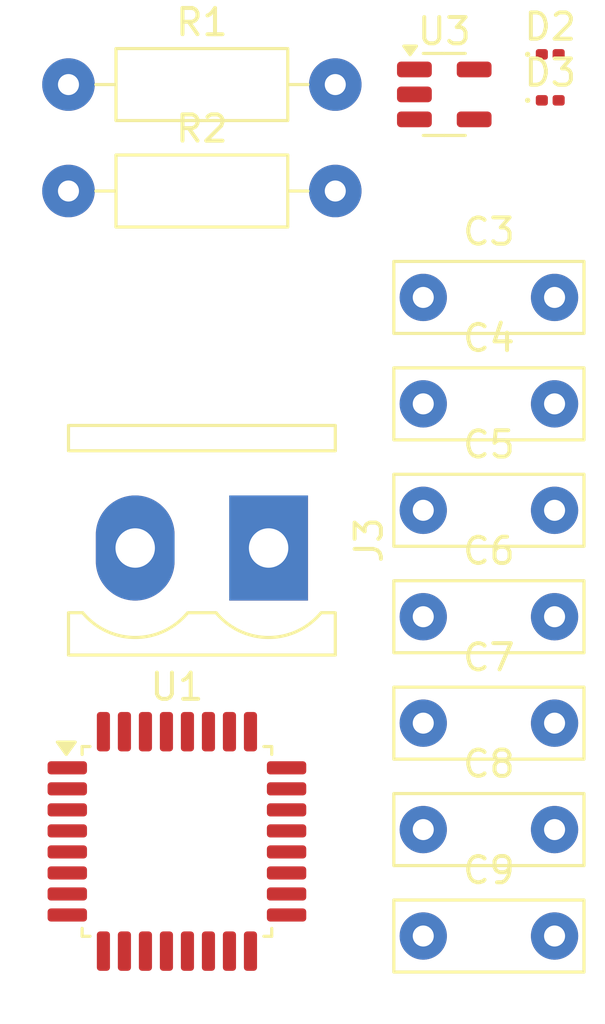
<source format=kicad_pcb>
(kicad_pcb (version 20241229) (generator "pcbnew") (generator_version "9.0")
  (layers (0 "F.Cu" signal) (2 "B.Cu" signal) (13 "F.Paste" user) (15 "B.Paste" user) (5 "F.SilkS" user "F.Silkscreen") (7 "B.SilkS" user "B.Silkscreen") (1 "F.Mask" user) (3 "B.Mask" user) (25 "Edge.Cuts" user))
  (net 0 "")
  (net 1 "+3.3V")
  (net 2 "GND")
  (net 3 "+5V")
  (net 4 "RST")
  (net 5 "Net-(D2-K)")
  (net 6 "Net-(D2-A)")
  (net 7 "Net-(D3-K)")
  (net 8 "SWDIO")
  (net 22 "TX")
  (net 24 "SWCLK")
  (net 34 "RX")
  (footprint "FootprintGamelGe2_v8.0:C_Rect_L7.0mm_W2.5mm_P5.00mm" (layer "F.Cu") (at 84 62.2)
    (property "Reference" "C3" (at 2.5 -2.5 0) (layer "F.SilkS"))
    (property "Value" "100n")
    (fp_line (start -1.12 -1.37) (end -1.12 1.37) (stroke (width 0.12)) (layer "F.SilkS"))
    (fp_line (start -1.12 -1.37) (end 6.12 -1.37) (stroke (width 0.12)) (layer "F.SilkS"))
    (fp_line (start -1.12 1.37) (end 6.12 1.37) (stroke (width 0.12)) (layer "F.SilkS"))
    (fp_line (start 6.12 -1.37) (end 6.12 1.37) (stroke (width 0.12)) (layer "F.SilkS"))
    (pad "1" thru_hole circle (at 0 0) (size 1.8 1.8) (drill 0.8) (layers "*.Cu" "*.Mask") (net 1 "+3.3V"))
    (pad "2" thru_hole circle (at 5 0) (size 1.8 1.8) (drill 0.8) (layers "*.Cu" "*.Mask") (net 2 "GND"))
  )
  (footprint "FootprintGamelGe2_v8.0:C_Rect_L7.0mm_W2.5mm_P5.00mm" (layer "F.Cu") (at 84 74.35)
    (property "Reference" "C6" (at 2.5 -2.5 0) (layer "F.SilkS"))
    (property "Value" "4.7µ")
    (fp_line (start -1.12 -1.37) (end -1.12 1.37) (stroke (width 0.12)) (layer "F.SilkS"))
    (fp_line (start -1.12 -1.37) (end 6.12 -1.37) (stroke (width 0.12)) (layer "F.SilkS"))
    (fp_line (start -1.12 1.37) (end 6.12 1.37) (stroke (width 0.12)) (layer "F.SilkS"))
    (fp_line (start 6.12 -1.37) (end 6.12 1.37) (stroke (width 0.12)) (layer "F.SilkS"))
    (pad "1" thru_hole circle (at 0 0) (size 1.8 1.8) (drill 0.8) (layers "*.Cu" "*.Mask") (net 1 "+3.3V"))
    (pad "2" thru_hole circle (at 5 0) (size 1.8 1.8) (drill 0.8) (layers "*.Cu" "*.Mask") (net 2 "GND"))
  )
  (footprint "FootprintGamelGe2_v8.0:C_Rect_L7.0mm_W2.5mm_P5.00mm" (layer "F.Cu") (at 84 66.25)
    (property "Reference" "C4" (at 2.5 -2.5 0) (layer "F.SilkS"))
    (property "Value" "100n")
    (fp_line (start -1.12 -1.37) (end -1.12 1.37) (stroke (width 0.12)) (layer "F.SilkS"))
    (fp_line (start -1.12 -1.37) (end 6.12 -1.37) (stroke (width 0.12)) (layer "F.SilkS"))
    (fp_line (start -1.12 1.37) (end 6.12 1.37) (stroke (width 0.12)) (layer "F.SilkS"))
    (fp_line (start 6.12 -1.37) (end 6.12 1.37) (stroke (width 0.12)) (layer "F.SilkS"))
    (pad "1" thru_hole circle (at 0 0) (size 1.8 1.8) (drill 0.8) (layers "*.Cu" "*.Mask") (net 1 "+3.3V"))
    (pad "2" thru_hole circle (at 5 0) (size 1.8 1.8) (drill 0.8) (layers "*.Cu" "*.Mask") (net 2 "GND"))
  )
  (footprint "FootprintGamelGe2_v8.0:R_Axial_DIN0207_L6.3mm_D2.5mm_P10.16mm_Horizontal" (layer "F.Cu") (at 70.49 58.15)
    (property "Reference" "R2" (at 5.08 -2.37 0) (layer "F.SilkS"))
    (property "Value" "1k")
    (fp_line (start 1.04 0) (end 1.81 0) (stroke (width 0.12)) (layer "F.SilkS"))
    (fp_line (start 1.81 -1.37) (end 1.81 1.37) (stroke (width 0.12)) (layer "F.SilkS"))
    (fp_line (start 1.81 1.37) (end 8.35 1.37) (stroke (width 0.12)) (layer "F.SilkS"))
    (fp_line (start 8.35 -1.37) (end 1.81 -1.37) (stroke (width 0.12)) (layer "F.SilkS"))
    (fp_line (start 8.35 1.37) (end 8.35 -1.37) (stroke (width 0.12)) (layer "F.SilkS"))
    (fp_line (start 9.12 0) (end 8.35 0) (stroke (width 0.12)) (layer "F.SilkS"))
    (pad "1" thru_hole circle (at 0 0) (size 2 2) (drill 0.8) (layers "*.Cu" "*.Mask") (net 7 "Net-(D3-K)"))
    (pad "2" thru_hole circle (at 10.16 0) (size 2 2) (drill 0.8) (layers "*.Cu" "*.Mask") (net 2 "GND"))
  )
  (footprint "FootprintGamelGe2_v8.0:C_Rect_L7.0mm_W2.5mm_P5.00mm" (layer "F.Cu") (at 84 70.3)
    (property "Reference" "C5" (at 2.5 -2.5 0) (layer "F.SilkS"))
    (property "Value" "100n")
    (fp_line (start -1.12 -1.37) (end -1.12 1.37) (stroke (width 0.12)) (layer "F.SilkS"))
    (fp_line (start -1.12 -1.37) (end 6.12 -1.37) (stroke (width 0.12)) (layer "F.SilkS"))
    (fp_line (start -1.12 1.37) (end 6.12 1.37) (stroke (width 0.12)) (layer "F.SilkS"))
    (fp_line (start 6.12 -1.37) (end 6.12 1.37) (stroke (width 0.12)) (layer "F.SilkS"))
    (pad "1" thru_hole circle (at 0 0) (size 1.8 1.8) (drill 0.8) (layers "*.Cu" "*.Mask") (net 1 "+3.3V"))
    (pad "2" thru_hole circle (at 5 0) (size 1.8 1.8) (drill 0.8) (layers "*.Cu" "*.Mask") (net 2 "GND"))
  )
  (footprint "FootprintGamelGe2_v8.0:R_Axial_DIN0207_L6.3mm_D2.5mm_P10.16mm_Horizontal" (layer "F.Cu") (at 70.49 54.1)
    (property "Reference" "R1" (at 5.08 -2.37 0) (layer "F.SilkS"))
    (property "Value" "1k")
    (fp_line (start 1.04 0) (end 1.81 0) (stroke (width 0.12)) (layer "F.SilkS"))
    (fp_line (start 1.81 -1.37) (end 1.81 1.37) (stroke (width 0.12)) (layer "F.SilkS"))
    (fp_line (start 1.81 1.37) (end 8.35 1.37) (stroke (width 0.12)) (layer "F.SilkS"))
    (fp_line (start 8.35 -1.37) (end 1.81 -1.37) (stroke (width 0.12)) (layer "F.SilkS"))
    (fp_line (start 8.35 1.37) (end 8.35 -1.37) (stroke (width 0.12)) (layer "F.SilkS"))
    (fp_line (start 9.12 0) (end 8.35 0) (stroke (width 0.12)) (layer "F.SilkS"))
    (pad "1" thru_hole circle (at 0 0) (size 2 2) (drill 0.8) (layers "*.Cu" "*.Mask") (net 5 "Net-(D2-K)"))
    (pad "2" thru_hole circle (at 10.16 0) (size 2 2) (drill 0.8) (layers "*.Cu" "*.Mask") (net 2 "GND"))
  )
  (footprint "FootprintGamelGe2_v8.0:C_Rect_L7.0mm_W2.5mm_P5.00mm" (layer "F.Cu") (at 84 86.5)
    (property "Reference" "C9" (at 2.5 -2.5 0) (layer "F.SilkS"))
    (property "Value" "100n")
    (fp_line (start -1.12 -1.37) (end -1.12 1.37) (stroke (width 0.12)) (layer "F.SilkS"))
    (fp_line (start -1.12 -1.37) (end 6.12 -1.37) (stroke (width 0.12)) (layer "F.SilkS"))
    (fp_line (start -1.12 1.37) (end 6.12 1.37) (stroke (width 0.12)) (layer "F.SilkS"))
    (fp_line (start 6.12 -1.37) (end 6.12 1.37) (stroke (width 0.12)) (layer "F.SilkS"))
    (pad "1" thru_hole circle (at 0 0) (size 1.8 1.8) (drill 0.8) (layers "*.Cu" "*.Mask") (net 2 "GND"))
    (pad "2" thru_hole circle (at 5 0) (size 1.8 1.8) (drill 0.8) (layers "*.Cu" "*.Mask") (net 4 "RST"))
  )
  (footprint "LED_SMD:LED_0201_0603Metric" (layer "F.Cu") (at 88.835 52.95)
    (property "Reference" "D2" (at 0 -1.05 0) (layer "F.SilkS"))
    (property "Value" "LED")
    (fp_circle (center -0.86 0) (end -0.81 0) (stroke (width 0.1)) (fill no) (layer "F.SilkS"))
    (pad "1" smd roundrect (at -0.32 0) (size 0.46 0.4) (layers "F.Cu" "F.Mask") (net 5 "Net-(D2-K)"))
    (pad "2" smd roundrect (at 0.32 0) (size 0.46 0.4) (layers "F.Cu" "F.Mask") (net 6 "Net-(D2-A)"))
  )
  (footprint "FootprintGamelGe2_v8.0:C_Rect_L7.0mm_W2.5mm_P5.00mm" (layer "F.Cu") (at 84 78.4)
    (property "Reference" "C7" (at 2.5 -2.5 0) (layer "F.SilkS"))
    (property "Value" "0.47µ")
    (fp_line (start -1.12 -1.37) (end -1.12 1.37) (stroke (width 0.12)) (layer "F.SilkS"))
    (fp_line (start -1.12 -1.37) (end 6.12 -1.37) (stroke (width 0.12)) (layer "F.SilkS"))
    (fp_line (start -1.12 1.37) (end 6.12 1.37) (stroke (width 0.12)) (layer "F.SilkS"))
    (fp_line (start 6.12 -1.37) (end 6.12 1.37) (stroke (width 0.12)) (layer "F.SilkS"))
    (pad "1" thru_hole circle (at 0 0) (size 1.8 1.8) (drill 0.8) (layers "*.Cu" "*.Mask") (net 3 "+5V"))
    (pad "2" thru_hole circle (at 5 0) (size 1.8 1.8) (drill 0.8) (layers "*.Cu" "*.Mask") (net 2 "GND"))
  )
  (footprint "FootprintGamelGe2_v8.0:OmnimateSL-5,08_1x02_P5.08mm_Vertical" (layer "F.Cu") (at 73.031 71.735)
    (property "Reference" "J3" (at 8.9 -0.3 90) (layer "F.SilkS"))
    (property "Value" "Omnimate2")
    (fp_line (start -2.54 -4.664) (end 7.62 -4.664) (stroke (width 0.12)) (layer "F.SilkS"))
    (fp_line (start -2.54 -3.7) (end -2.54 -4.664) (stroke (width 0.12)) (layer "F.SilkS"))
    (fp_line (start -2.54 -3.7) (end 7.62 -3.7) (stroke (width 0.12)) (layer "F.SilkS"))
    (fp_line (start -2.54 4.072) (end -2.54 2.4972) (stroke (width 0.12)) (layer "F.SilkS"))
    (fp_line (start -2.54 4.072) (end 7.62 4.072) (stroke (width 0.12)) (layer "F.SilkS"))
    (fp_line (start -2 2.462) (end -2.54 2.462) (stroke (width 0.12)) (layer "F.SilkS"))
    (fp_line (start 2 2.462) (end 3.08 2.462) (stroke (width 0.12)) (layer "F.SilkS"))
    (fp_line (start 7.62 -3.7) (end 7.62 -4.664) (stroke (width 0.12)) (layer "F.SilkS"))
    (fp_line (start 7.62 2.462) (end 7.08 2.462) (stroke (width 0.12)) (layer "F.SilkS"))
    (fp_line (start 7.62 4.072) (end 7.62 2.4972) (stroke (width 0.12)) (layer "F.SilkS"))
    (fp_arc (start 1.986842 2.477821) (mid -0.010289 3.404758) (end -2 2.462) (stroke (width 0.12)) (layer "F.SilkS"))
    (fp_arc (start 7.066842 2.477821) (mid 5.069711 3.404758) (end 3.08 2.462) (stroke (width 0.12)) (layer "F.SilkS"))
    (pad "1" thru_hole rect (at 5.08 0) (size 3 4) (drill 1.5) (layers "*.Cu" "*.Mask") (net 2 "GND"))
    (pad "2" thru_hole oval (at 0 0) (size 3 4) (drill 1.5) (layers "*.Cu" "*.Mask") (net 3 "+5V"))
  )
  (footprint "Package_QFP:LQFP-32_7x7mm_P0.8mm" (layer "F.Cu") (at 74.62 82.9)
    (property "Reference" "U1" (at 0 -5.88 0) (layer "F.SilkS"))
    (property "Value" "STM32G431KBTx")
    (fp_line (start -3.61 -3.61) (end -3.61 -3.31) (stroke (width 0.12)) (layer "F.SilkS"))
    (fp_line (start -3.61 3.61) (end -3.61 3.31) (stroke (width 0.12)) (layer "F.SilkS"))
    (fp_line (start -3.31 -3.61) (end -3.61 -3.61) (stroke (width 0.12)) (layer "F.SilkS"))
    (fp_line (start -3.31 3.61) (end -3.61 3.61) (stroke (width 0.12)) (layer "F.SilkS"))
    (fp_line (start 3.31 -3.61) (end 3.61 -3.61) (stroke (width 0.12)) (layer "F.SilkS"))
    (fp_line (start 3.31 3.61) (end 3.61 3.61) (stroke (width 0.12)) (layer "F.SilkS"))
    (fp_line (start 3.61 -3.61) (end 3.61 -3.31) (stroke (width 0.12)) (layer "F.SilkS"))
    (fp_line (start 3.61 3.61) (end 3.61 3.31) (stroke (width 0.12)) (layer "F.SilkS"))
    (fp_poly (pts (xy -4.2125 -3.31) (xy -4.5525 -3.78) (xy -3.8725 -3.78) (xy -4.2125 -3.31)) (stroke (width 0.12)) (fill yes) (layer "F.SilkS"))
    (pad "1" smd roundrect (at -4.175 -2.8) (size 1.5 0.5) (layers "F.Cu" "F.Mask" "F.Paste") (net 1 "+3.3V"))
    (pad "2" smd roundrect (at -4.175 -2) (size 1.5 0.5) (layers "F.Cu" "F.Mask" "F.Paste"))
    (pad "3" smd roundrect (at -4.175 -1.2) (size 1.5 0.5) (layers "F.Cu" "F.Mask" "F.Paste"))
    (pad "4" smd roundrect (at -4.175 -0.4) (size 1.5 0.5) (layers "F.Cu" "F.Mask" "F.Paste") (net 4 "RST"))
    (pad "5" smd roundrect (at -4.175 0.4) (size 1.5 0.5) (layers "F.Cu" "F.Mask" "F.Paste"))
    (pad "6" smd roundrect (at -4.175 1.2) (size 1.5 0.5) (layers "F.Cu" "F.Mask" "F.Paste") (net 6 "Net-(D2-A)"))
    (pad "7" smd roundrect (at -4.175 2) (size 1.5 0.5) (layers "F.Cu" "F.Mask" "F.Paste"))
    (pad "8" smd roundrect (at -4.175 2.8) (size 1.5 0.5) (layers "F.Cu" "F.Mask" "F.Paste"))
    (pad "9" smd roundrect (at -2.8 4.175) (size 0.5 1.5) (layers "F.Cu" "F.Mask" "F.Paste"))
    (pad "10" smd roundrect (at -2 4.175) (size 0.5 1.5) (layers "F.Cu" "F.Mask" "F.Paste"))
    (pad "11" smd roundrect (at -1.2 4.175) (size 0.5 1.5) (layers "F.Cu" "F.Mask" "F.Paste"))
    (pad "12" smd roundrect (at -0.4 4.175) (size 0.5 1.5) (layers "F.Cu" "F.Mask" "F.Paste"))
    (pad "13" smd roundrect (at 0.4 4.175) (size 0.5 1.5) (layers "F.Cu" "F.Mask" "F.Paste"))
    (pad "14" smd roundrect (at 1.2 4.175) (size 0.5 1.5) (layers "F.Cu" "F.Mask" "F.Paste"))
    (pad "15" smd roundrect (at 2 4.175) (size 0.5 1.5) (layers "F.Cu" "F.Mask" "F.Paste") (net 1 "+3.3V"))
    (pad "16" smd roundrect (at 2.8 4.175) (size 0.5 1.5) (layers "F.Cu" "F.Mask" "F.Paste"))
    (pad "17" smd roundrect (at 4.175 2.8) (size 1.5 0.5) (layers "F.Cu" "F.Mask" "F.Paste") (net 1 "+3.3V"))
    (pad "18" smd roundrect (at 4.175 2) (size 1.5 0.5) (layers "F.Cu" "F.Mask" "F.Paste"))
    (pad "19" smd roundrect (at 4.175 1.2) (size 1.5 0.5) (layers "F.Cu" "F.Mask" "F.Paste") (net 22 "TX"))
    (pad "20" smd roundrect (at 4.175 0.4) (size 1.5 0.5) (layers "F.Cu" "F.Mask" "F.Paste") (net 34 "RX"))
    (pad "21" smd roundrect (at 4.175 -0.4) (size 1.5 0.5) (layers "F.Cu" "F.Mask" "F.Paste"))
    (pad "22" smd roundrect (at 4.175 -1.2) (size 1.5 0.5) (layers "F.Cu" "F.Mask" "F.Paste"))
    (pad "23" smd roundrect (at 4.175 -2) (size 1.5 0.5) (layers "F.Cu" "F.Mask" "F.Paste") (net 8 "SWDIO"))
    (pad "24" smd roundrect (at 4.175 -2.8) (size 1.5 0.5) (layers "F.Cu" "F.Mask" "F.Paste") (net 24 "SWCLK"))
    (pad "25" smd roundrect (at 2.8 -4.175) (size 0.5 1.5) (layers "F.Cu" "F.Mask" "F.Paste"))
    (pad "26" smd roundrect (at 2 -4.175) (size 0.5 1.5) (layers "F.Cu" "F.Mask" "F.Paste"))
    (pad "27" smd roundrect (at 1.2 -4.175) (size 0.5 1.5) (layers "F.Cu" "F.Mask" "F.Paste"))
    (pad "28" smd roundrect (at 0.4 -4.175) (size 0.5 1.5) (layers "F.Cu" "F.Mask" "F.Paste"))
    (pad "29" smd roundrect (at -0.4 -4.175) (size 0.5 1.5) (layers "F.Cu" "F.Mask" "F.Paste"))
    (pad "30" smd roundrect (at -1.2 -4.175) (size 0.5 1.5) (layers "F.Cu" "F.Mask" "F.Paste"))
    (pad "31" smd roundrect (at -2 -4.175) (size 0.5 1.5) (layers "F.Cu" "F.Mask" "F.Paste"))
    (pad "32" smd roundrect (at -2.8 -4.175) (size 0.5 1.5) (layers "F.Cu" "F.Mask" "F.Paste"))
  )
  (footprint "LED_SMD:LED_0201_0603Metric" (layer "F.Cu") (at 88.835 54.7)
    (property "Reference" "D3" (at 0 -1.05 0) (layer "F.SilkS"))
    (property "Value" "LED")
    (fp_circle (center -0.86 0) (end -0.81 0) (stroke (width 0.1)) (fill no) (layer "F.SilkS"))
    (pad "1" smd roundrect (at -0.32 0) (size 0.46 0.4) (layers "F.Cu" "F.Mask") (net 7 "Net-(D3-K)"))
    (pad "2" smd roundrect (at 0.32 0) (size 0.46 0.4) (layers "F.Cu" "F.Mask") (net 1 "+3.3V"))
  )
  (footprint "Package_TO_SOT_SMD:SOT-23-5" (layer "F.Cu") (at 84.8 54.475)
    (property "Reference" "U3" (at 0 -2.4 0) (layer "F.SilkS"))
    (property "Value" "BU33SD5WG-TR")
    (fp_line (start 0 -1.56) (end -0.8 -1.56) (stroke (width 0.12)) (layer "F.SilkS"))
    (fp_line (start 0 -1.56) (end 0.8 -1.56) (stroke (width 0.12)) (layer "F.SilkS"))
    (fp_line (start 0 1.56) (end -0.8 1.56) (stroke (width 0.12)) (layer "F.SilkS"))
    (fp_line (start 0 1.56) (end 0.8 1.56) (stroke (width 0.12)) (layer "F.SilkS"))
    (fp_poly (pts (xy -1.3 -1.51) (xy -1.54 -1.84) (xy -1.06 -1.84) (xy -1.3 -1.51)) (stroke (width 0.12)) (fill yes) (layer "F.SilkS"))
    (pad "1" smd roundrect (at -1.1375 -0.95) (size 1.325 0.6) (layers "F.Cu" "F.Mask" "F.Paste") (net 3 "+5V"))
    (pad "2" smd roundrect (at -1.1375 0) (size 1.325 0.6) (layers "F.Cu" "F.Mask" "F.Paste") (net 2 "GND"))
    (pad "3" smd roundrect (at -1.1375 0.95) (size 1.325 0.6) (layers "F.Cu" "F.Mask" "F.Paste") (net 3 "+5V"))
    (pad "4" smd roundrect (at 1.1375 0.95) (size 1.325 0.6) (layers "F.Cu" "F.Mask" "F.Paste"))
    (pad "5" smd roundrect (at 1.1375 -0.95) (size 1.325 0.6) (layers "F.Cu" "F.Mask" "F.Paste") (net 1 "+3.3V"))
  )
  (footprint "FootprintGamelGe2_v8.0:C_Rect_L7.0mm_W2.5mm_P5.00mm" (layer "F.Cu") (at 84 82.45)
    (property "Reference" "C8" (at 2.5 -2.5 0) (layer "F.SilkS"))
    (property "Value" "0.47µ")
    (fp_line (start -1.12 -1.37) (end -1.12 1.37) (stroke (width 0.12)) (layer "F.SilkS"))
    (fp_line (start -1.12 -1.37) (end 6.12 -1.37) (stroke (width 0.12)) (layer "F.SilkS"))
    (fp_line (start -1.12 1.37) (end 6.12 1.37) (stroke (width 0.12)) (layer "F.SilkS"))
    (fp_line (start 6.12 -1.37) (end 6.12 1.37) (stroke (width 0.12)) (layer "F.SilkS"))
    (pad "1" thru_hole circle (at 0 0) (size 1.8 1.8) (drill 0.8) (layers "*.Cu" "*.Mask") (net 1 "+3.3V"))
    (pad "2" thru_hole circle (at 5 0) (size 1.8 1.8) (drill 0.8) (layers "*.Cu" "*.Mask") (net 2 "GND"))
  )
)
</source>
